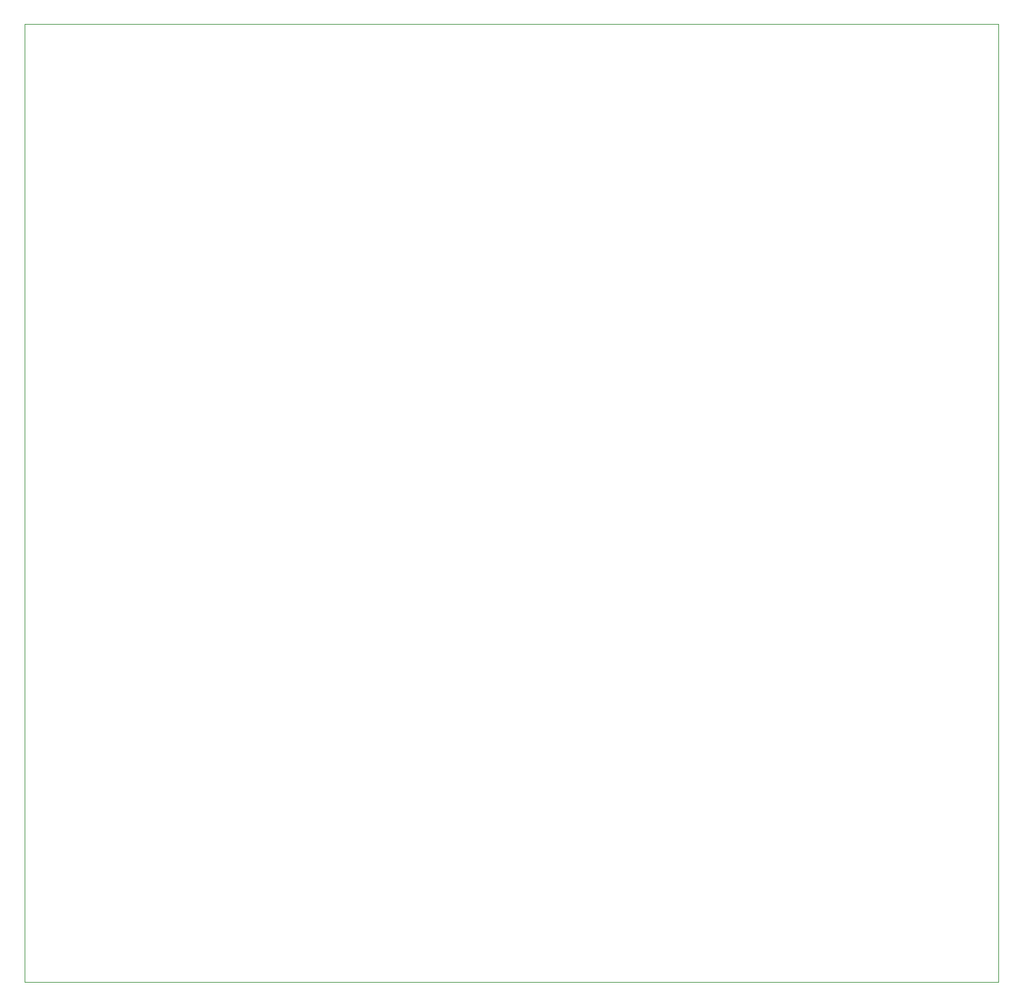
<source format=gm1>
%TF.GenerationSoftware,KiCad,Pcbnew,9.0.2*%
%TF.CreationDate,2025-08-03T14:20:54-04:00*%
%TF.ProjectId,hp_extension,68705f65-7874-4656-9e73-696f6e2e6b69,AA*%
%TF.SameCoordinates,Original*%
%TF.FileFunction,Profile,NP*%
%FSLAX46Y46*%
G04 Gerber Fmt 4.6, Leading zero omitted, Abs format (unit mm)*
G04 Created by KiCad (PCBNEW 9.0.2) date 2025-08-03 14:20:54*
%MOMM*%
%LPD*%
G01*
G04 APERTURE LIST*
%TA.AperFunction,Profile*%
%ADD10C,0.050000*%
%TD*%
G04 APERTURE END LIST*
D10*
X39300000Y-44500000D02*
X166500000Y-44500000D01*
X166500000Y-169500000D01*
X39300000Y-169500000D01*
X39300000Y-44500000D01*
M02*

</source>
